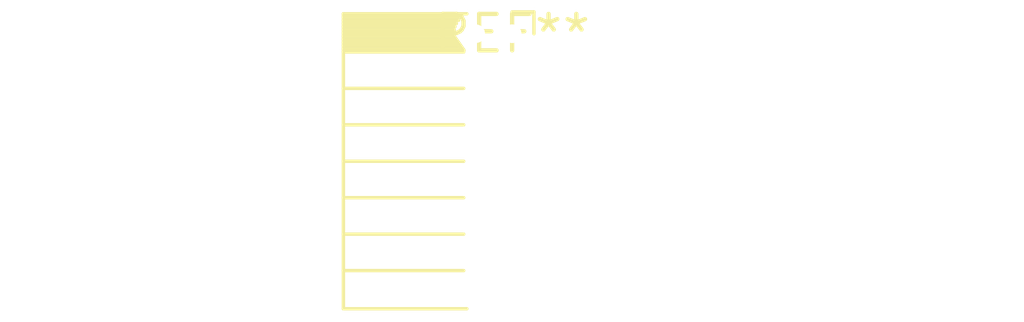
<source format=kicad_pcb>
(kicad_pcb (version 20240108) (generator pcbnew)
  (layers (0 "F.Cu" signal) (31 "B.Cu" signal) (34 "B.Paste" user) (35 "F.Paste" user) (36 "B.SilkS" user "B.Silkscreen") (37 "F.SilkS" user "F.Silkscreen") (38 "B.Mask" user) (39 "F.Mask" user) (44 "Edge.Cuts" user))
  (net 0 "")
  (footprint "PinSocket_2x08_P1.27mm_Horizontal" (layer "F.Cu") (at 0 0)
    (property "Reference" "REF**")
    (property "Value" "PinSocket_2x08_P1.27mm_Horizontal")
    (fp_line (start -5.88 -0.695) (end -5.88 9.585) (layer "F.SilkS") (stroke (width 0.12)))
    (fp_line (start -5.88 -0.695) (end -1.57753 -0.695) (layer "F.SilkS") (stroke (width 0.12)))
    (fp_line (start -5.88 -0.575) (end -1.766966 -0.575) (layer "F.SilkS") (stroke (width 0.12)))
    (fp_line (start -5.88 -0.465) (end -1.871145 -0.465) (layer "F.SilkS") (stroke (width 0.12)))
    (fp_line (start -5.88 -0.355) (end -1.941993 -0.355) (layer "F.SilkS") (stroke (width 0.12)))
    (fp_line (start -5.88 -0.245) (end -1.989427 -0.245) (layer "F.SilkS") (stroke (width 0.12)))
    (fp_line (start -5.88 -0.135) (end -2.017914 -0.135) (layer "F.SilkS") (stroke (width 0.12)))
    (fp_line (start -5.88 -0.025) (end -2.029589 -0.025) (layer "F.SilkS") (stroke (width 0.12)))
    (fp_line (start -5.88 0.085) (end -2.025232 0.085) (layer "F.SilkS") (stroke (width 0.12)))
    (fp_line (start -5.88 0.195) (end -2.004558 0.195) (layer "F.SilkS") (stroke (width 0.12)))
    (fp_line (start -5.88 0.305) (end -1.966114 0.305) (layer "F.SilkS") (stroke (width 0.12)))
    (fp_line (start -5.88 0.415) (end -1.906691 0.415) (layer "F.SilkS") (stroke (width 0.12)))
    (fp_line (start -5.88 0.525) (end -1.819523 0.525) (layer "F.SilkS") (stroke (width 0.12)))
    (fp_line (start -5.88 0.635) (end -1.687582 0.635) (layer "F.SilkS") (stroke (width 0.12)))
    (fp_line (start -5.88 1.905) (end -1.687582 1.905) (layer "F.SilkS") (stroke (width 0.12)))
    (fp_line (start -5.88 3.175) (end -1.687582 3.175) (layer "F.SilkS") (stroke (width 0.12)))
    (fp_line (start -5.88 4.445) (end -1.687582 4.445) (layer "F.SilkS") (stroke (width 0.12)))
    (fp_line (start -5.88 5.715) (end -1.687582 5.715) (layer "F.SilkS") (stroke (width 0.12)))
    (fp_line (start -5.88 6.985) (end -1.687582 6.985) (layer "F.SilkS") (stroke (width 0.12)))
    (fp_line (start -5.88 8.255) (end -1.687582 8.255) (layer "F.SilkS") (stroke (width 0.12)))
    (fp_line (start -5.88 9.585) (end -1.57753 9.585) (layer "F.SilkS") (stroke (width 0.12)))
    (fp_line (start 0 -0.76) (end 0.76 -0.76) (layer "F.SilkS") (stroke (width 0.12)))
    (fp_line (start 0.76 -0.76) (end 0.76 0) (layer "F.SilkS") (stroke (width 0.12)))
    (pad "1" thru_hole rect (at 0 0) (size 1 1) (drill 0.65) (layers *.Cu *.Mask) (remove_unused_layers))
    (pad "2" thru_hole oval (at -1.27 0) (size 1 1) (drill 0.65) (layers *.Cu *.Mask) (remove_unused_layers))
    (pad "3" thru_hole oval (at 0 1.27) (size 1 1) (drill 0.65) (layers *.Cu *.Mask) (remove_unused_layers))
    (pad "4" thru_hole oval (at -1.27 1.27) (size 1 1) (drill 0.65) (layers *.Cu *.Mask) (remove_unused_layers))
    (pad "5" thru_hole oval (at 0 2.54) (size 1 1) (drill 0.65) (layers *.Cu *.Mask) (remove_unused_layers))
    (pad "6" thru_hole oval (at -1.27 2.54) (size 1 1) (drill 0.65) (layers *.Cu *.Mask) (remove_unused_layers))
    (pad "7" thru_hole oval (at 0 3.81) (size 1 1) (drill 0.65) (layers *.Cu *.Mask) (remove_unused_layers))
    (pad "8" thru_hole oval (at -1.27 3.81) (size 1 1) (drill 0.65) (layers *.Cu *.Mask) (remove_unused_layers))
    (pad "9" thru_hole oval (at 0 5.08) (size 1 1) (drill 0.65) (layers *.Cu *.Mask) (remove_unused_layers))
    (pad "10" thru_hole oval (at -1.27 5.08) (size 1 1) (drill 0.65) (layers *.Cu *.Mask) (remove_unused_layers))
    (pad "11" thru_hole oval (at 0 6.35) (size 1 1) (drill 0.65) (layers *.Cu *.Mask) (remove_unused_layers))
    (pad "12" thru_hole oval (at -1.27 6.35) (size 1 1) (drill 0.65) (layers *.Cu *.Mask) (remove_unused_layers))
    (pad "13" thru_hole oval (at 0 7.62) (size 1 1) (drill 0.65) (layers *.Cu *.Mask) (remove_unused_layers))
    (pad "14" thru_hole oval (at -1.27 7.62) (size 1 1) (drill 0.65) (layers *.Cu *.Mask) (remove_unused_layers))
    (pad "15" thru_hole oval (at 0 8.89) (size 1 1) (drill 0.65) (layers *.Cu *.Mask) (remove_unused_layers))
    (pad "16" thru_hole oval (at -1.27 8.89) (size 1 1) (drill 0.65) (layers *.Cu *.Mask) (remove_unused_layers))
  )
)
</source>
